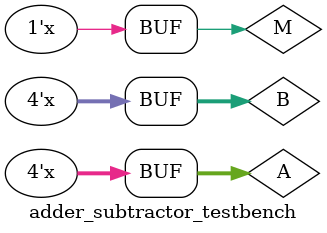
<source format=v>
`timescale 1ns / 1ps


module adder_subtractor_testbench(

    );
    
    reg M;
    reg [3:0] A, B; 
    wire C;
    wire [3:0] S;
    wire V;
    
    adder_subtracter as(.M(M), .A(A), .B(B), .C(C), .S(S), .V(V));
    
    initial begin
    M = 0;
    A = 0;
    B = 0;
    end
    
    always begin
    #10 {A,B,M} = {A,B,M} + 1'b1;
    end
    
endmodule

</source>
